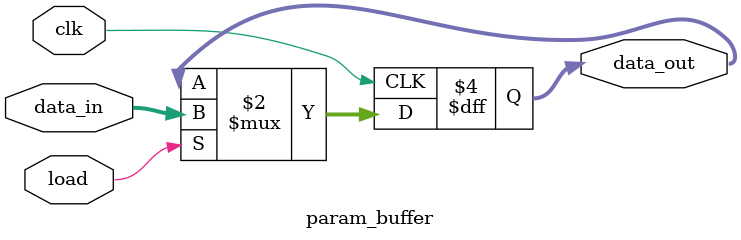
<source format=sv>
module param_buffer #(
    parameter DATA_WIDTH = 16
)(
    input wire clk,
    input wire [DATA_WIDTH-1:0] data_in,
    input wire load,
    output reg [DATA_WIDTH-1:0] data_out
);
    always @(posedge clk) begin
        if (load)
            data_out <= data_in;
    end
endmodule
</source>
